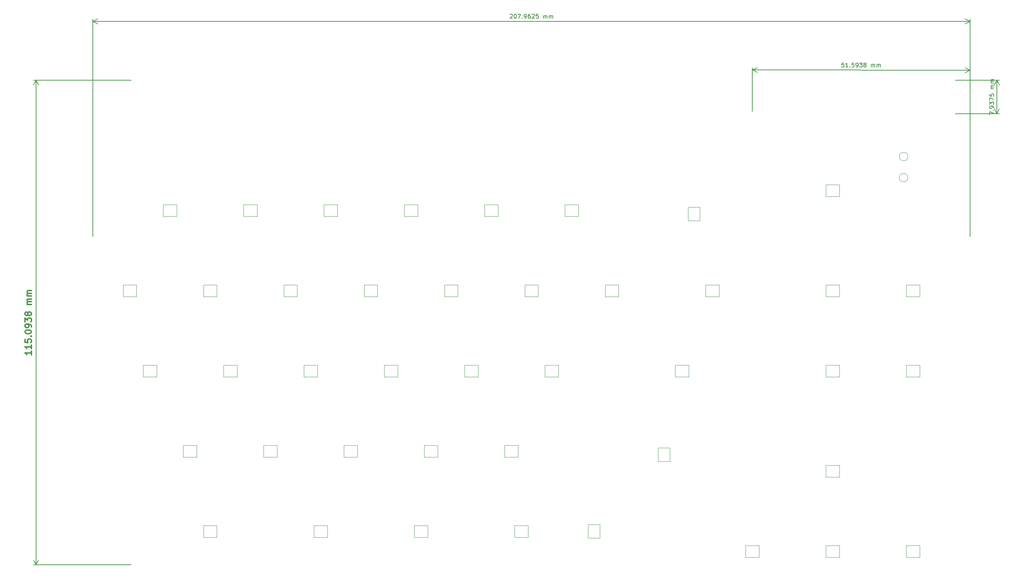
<source format=gbr>
%TF.GenerationSoftware,KiCad,Pcbnew,(6.0.5)*%
%TF.CreationDate,2022-07-29T22:10:33-06:00*%
%TF.ProjectId,kb_right,6b625f72-6967-4687-942e-6b696361645f,rev?*%
%TF.SameCoordinates,Original*%
%TF.FileFunction,Other,Comment*%
%FSLAX46Y46*%
G04 Gerber Fmt 4.6, Leading zero omitted, Abs format (unit mm)*
G04 Created by KiCad (PCBNEW (6.0.5)) date 2022-07-29 22:10:33*
%MOMM*%
%LPD*%
G01*
G04 APERTURE LIST*
%ADD10C,0.150000*%
%ADD11C,0.300000*%
%ADD12C,0.200000*%
%ADD13C,0.120000*%
G04 APERTURE END LIST*
D10*
X215380098Y-27663203D02*
X214903908Y-27663066D01*
X214856152Y-28139243D01*
X214903784Y-28091638D01*
X214999036Y-28044046D01*
X215237131Y-28044115D01*
X215332356Y-28091761D01*
X215379961Y-28139394D01*
X215427553Y-28234646D01*
X215427484Y-28472741D01*
X215379838Y-28567965D01*
X215332205Y-28615571D01*
X215236953Y-28663162D01*
X214998858Y-28663094D01*
X214903633Y-28615447D01*
X214856028Y-28567814D01*
X216379810Y-28663491D02*
X215808382Y-28663327D01*
X216094096Y-28663409D02*
X216094384Y-27663409D01*
X215999105Y-27806239D01*
X215903839Y-27901450D01*
X215808587Y-27949041D01*
X216808409Y-28568377D02*
X216856014Y-28616010D01*
X216808382Y-28663615D01*
X216760776Y-28615982D01*
X216808409Y-28568377D01*
X216808382Y-28663615D01*
X217761051Y-27663889D02*
X217284860Y-27663752D01*
X217237104Y-28139929D01*
X217284737Y-28092324D01*
X217379989Y-28044732D01*
X217618084Y-28044801D01*
X217713308Y-28092447D01*
X217760913Y-28140080D01*
X217808505Y-28235332D01*
X217808436Y-28473427D01*
X217760790Y-28568651D01*
X217713157Y-28616257D01*
X217617905Y-28663848D01*
X217379810Y-28663780D01*
X217284586Y-28616133D01*
X217236980Y-28568500D01*
X218284572Y-28664040D02*
X218475048Y-28664095D01*
X218570300Y-28616504D01*
X218617933Y-28568898D01*
X218713212Y-28426069D01*
X218760886Y-28235606D01*
X218760996Y-27854654D01*
X218713404Y-27759402D01*
X218665799Y-27711769D01*
X218570574Y-27664123D01*
X218380098Y-27664068D01*
X218284846Y-27711659D01*
X218237214Y-27759265D01*
X218189567Y-27854489D01*
X218189499Y-28092584D01*
X218237090Y-28187836D01*
X218284695Y-28235469D01*
X218379920Y-28283115D01*
X218570396Y-28283170D01*
X218665648Y-28235579D01*
X218713281Y-28187973D01*
X218760927Y-28092749D01*
X219094384Y-27664274D02*
X219713432Y-27664452D01*
X219379988Y-28045308D01*
X219522846Y-28045350D01*
X219618070Y-28092996D01*
X219665675Y-28140629D01*
X219713267Y-28235881D01*
X219713198Y-28473976D01*
X219665552Y-28569200D01*
X219617919Y-28616806D01*
X219522667Y-28664397D01*
X219236953Y-28664315D01*
X219141729Y-28616668D01*
X219094123Y-28569036D01*
X220284737Y-28093188D02*
X220189512Y-28045542D01*
X220141907Y-27997909D01*
X220094315Y-27902657D01*
X220094329Y-27855038D01*
X220141976Y-27759814D01*
X220189608Y-27712208D01*
X220284860Y-27664617D01*
X220475336Y-27664672D01*
X220570561Y-27712318D01*
X220618166Y-27759951D01*
X220665758Y-27855203D01*
X220665744Y-27902822D01*
X220618097Y-27998046D01*
X220570465Y-28045651D01*
X220475213Y-28093243D01*
X220284737Y-28093188D01*
X220189485Y-28140780D01*
X220141852Y-28188385D01*
X220094206Y-28283609D01*
X220094151Y-28474086D01*
X220141742Y-28569337D01*
X220189348Y-28616970D01*
X220284572Y-28664617D01*
X220475048Y-28664672D01*
X220570300Y-28617080D01*
X220617933Y-28569475D01*
X220665579Y-28474250D01*
X220665634Y-28283774D01*
X220618042Y-28188522D01*
X220570437Y-28140890D01*
X220475213Y-28093243D01*
X221856000Y-28665070D02*
X221856193Y-27998403D01*
X221856165Y-28093641D02*
X221903798Y-28046036D01*
X221999050Y-27998444D01*
X222141907Y-27998485D01*
X222237131Y-28046132D01*
X222284723Y-28141384D01*
X222284572Y-28665193D01*
X222284723Y-28141384D02*
X222332369Y-28046159D01*
X222427621Y-27998568D01*
X222570478Y-27998609D01*
X222665703Y-28046255D01*
X222713294Y-28141507D01*
X222713143Y-28665317D01*
X223189334Y-28665454D02*
X223189526Y-27998787D01*
X223189498Y-28094025D02*
X223237131Y-28046420D01*
X223332383Y-27998828D01*
X223475240Y-27998869D01*
X223570464Y-28046516D01*
X223618056Y-28141768D01*
X223617905Y-28665577D01*
X223618056Y-28141768D02*
X223665703Y-28046543D01*
X223760954Y-27998952D01*
X223903811Y-27998993D01*
X223999036Y-28046639D01*
X224046627Y-28141891D01*
X224046477Y-28665701D01*
X193675144Y-39172632D02*
X193678142Y-28768149D01*
X245268894Y-39187500D02*
X245271892Y-28783017D01*
X193677973Y-29354569D02*
X245271723Y-29369437D01*
X193677973Y-29354569D02*
X245271723Y-29369437D01*
X193677973Y-29354569D02*
X194804308Y-29941314D01*
X193677973Y-29354569D02*
X194804646Y-28768473D01*
X245271723Y-29369437D02*
X244145388Y-28782692D01*
X245271723Y-29369437D02*
X244145050Y-29955533D01*
X249921130Y-39909226D02*
X249921130Y-39242559D01*
X250921130Y-39671130D01*
X250825892Y-38861607D02*
X250873511Y-38813988D01*
X250921130Y-38861607D01*
X250873511Y-38909226D01*
X250825892Y-38861607D01*
X250921130Y-38861607D01*
X250921130Y-38337797D02*
X250921130Y-38147321D01*
X250873511Y-38052083D01*
X250825892Y-38004464D01*
X250683035Y-37909226D01*
X250492559Y-37861607D01*
X250111607Y-37861607D01*
X250016369Y-37909226D01*
X249968750Y-37956845D01*
X249921130Y-38052083D01*
X249921130Y-38242559D01*
X249968750Y-38337797D01*
X250016369Y-38385416D01*
X250111607Y-38433035D01*
X250349702Y-38433035D01*
X250444940Y-38385416D01*
X250492559Y-38337797D01*
X250540178Y-38242559D01*
X250540178Y-38052083D01*
X250492559Y-37956845D01*
X250444940Y-37909226D01*
X250349702Y-37861607D01*
X249921130Y-37528273D02*
X249921130Y-36909226D01*
X250302083Y-37242559D01*
X250302083Y-37099702D01*
X250349702Y-37004464D01*
X250397321Y-36956845D01*
X250492559Y-36909226D01*
X250730654Y-36909226D01*
X250825892Y-36956845D01*
X250873511Y-37004464D01*
X250921130Y-37099702D01*
X250921130Y-37385416D01*
X250873511Y-37480654D01*
X250825892Y-37528273D01*
X249921130Y-36575892D02*
X249921130Y-35909226D01*
X250921130Y-36337797D01*
X249921130Y-35052083D02*
X249921130Y-35528273D01*
X250397321Y-35575892D01*
X250349702Y-35528273D01*
X250302083Y-35433035D01*
X250302083Y-35194940D01*
X250349702Y-35099702D01*
X250397321Y-35052083D01*
X250492559Y-35004464D01*
X250730654Y-35004464D01*
X250825892Y-35052083D01*
X250873511Y-35099702D01*
X250921130Y-35194940D01*
X250921130Y-35433035D01*
X250873511Y-35528273D01*
X250825892Y-35575892D01*
X250921130Y-33813988D02*
X250254464Y-33813988D01*
X250349702Y-33813988D02*
X250302083Y-33766369D01*
X250254464Y-33671130D01*
X250254464Y-33528273D01*
X250302083Y-33433035D01*
X250397321Y-33385416D01*
X250921130Y-33385416D01*
X250397321Y-33385416D02*
X250302083Y-33337797D01*
X250254464Y-33242559D01*
X250254464Y-33099702D01*
X250302083Y-33004464D01*
X250397321Y-32956845D01*
X250921130Y-32956845D01*
X250921130Y-32480654D02*
X250254464Y-32480654D01*
X250349702Y-32480654D02*
X250302083Y-32433035D01*
X250254464Y-32337797D01*
X250254464Y-32194940D01*
X250302083Y-32099702D01*
X250397321Y-32052083D01*
X250921130Y-32052083D01*
X250397321Y-32052083D02*
X250302083Y-32004464D01*
X250254464Y-31909226D01*
X250254464Y-31766369D01*
X250302083Y-31671130D01*
X250397321Y-31623511D01*
X250921130Y-31623511D01*
X241800000Y-31750000D02*
X252205170Y-31750000D01*
X241800000Y-39687500D02*
X252205170Y-39687500D01*
X251618750Y-31750000D02*
X251618750Y-39687500D01*
X251618750Y-31750000D02*
X251618750Y-39687500D01*
X251618750Y-31750000D02*
X251032329Y-32876504D01*
X251618750Y-31750000D02*
X252205171Y-32876504D01*
X251618750Y-39687500D02*
X252205171Y-38560996D01*
X251618750Y-39687500D02*
X251032329Y-38560996D01*
X136192261Y-16171269D02*
X136239880Y-16123650D01*
X136335119Y-16076030D01*
X136573214Y-16076030D01*
X136668452Y-16123650D01*
X136716071Y-16171269D01*
X136763690Y-16266507D01*
X136763690Y-16361745D01*
X136716071Y-16504602D01*
X136144642Y-17076030D01*
X136763690Y-17076030D01*
X137382738Y-16076030D02*
X137477976Y-16076030D01*
X137573214Y-16123650D01*
X137620833Y-16171269D01*
X137668452Y-16266507D01*
X137716071Y-16456983D01*
X137716071Y-16695078D01*
X137668452Y-16885554D01*
X137620833Y-16980792D01*
X137573214Y-17028411D01*
X137477976Y-17076030D01*
X137382738Y-17076030D01*
X137287500Y-17028411D01*
X137239880Y-16980792D01*
X137192261Y-16885554D01*
X137144642Y-16695078D01*
X137144642Y-16456983D01*
X137192261Y-16266507D01*
X137239880Y-16171269D01*
X137287500Y-16123650D01*
X137382738Y-16076030D01*
X138049404Y-16076030D02*
X138716071Y-16076030D01*
X138287500Y-17076030D01*
X139097023Y-16980792D02*
X139144642Y-17028411D01*
X139097023Y-17076030D01*
X139049404Y-17028411D01*
X139097023Y-16980792D01*
X139097023Y-17076030D01*
X139620833Y-17076030D02*
X139811309Y-17076030D01*
X139906547Y-17028411D01*
X139954166Y-16980792D01*
X140049404Y-16837935D01*
X140097023Y-16647459D01*
X140097023Y-16266507D01*
X140049404Y-16171269D01*
X140001785Y-16123650D01*
X139906547Y-16076030D01*
X139716071Y-16076030D01*
X139620833Y-16123650D01*
X139573214Y-16171269D01*
X139525595Y-16266507D01*
X139525595Y-16504602D01*
X139573214Y-16599840D01*
X139620833Y-16647459D01*
X139716071Y-16695078D01*
X139906547Y-16695078D01*
X140001785Y-16647459D01*
X140049404Y-16599840D01*
X140097023Y-16504602D01*
X140954166Y-16076030D02*
X140763690Y-16076030D01*
X140668452Y-16123650D01*
X140620833Y-16171269D01*
X140525595Y-16314126D01*
X140477976Y-16504602D01*
X140477976Y-16885554D01*
X140525595Y-16980792D01*
X140573214Y-17028411D01*
X140668452Y-17076030D01*
X140858928Y-17076030D01*
X140954166Y-17028411D01*
X141001785Y-16980792D01*
X141049404Y-16885554D01*
X141049404Y-16647459D01*
X141001785Y-16552221D01*
X140954166Y-16504602D01*
X140858928Y-16456983D01*
X140668452Y-16456983D01*
X140573214Y-16504602D01*
X140525595Y-16552221D01*
X140477976Y-16647459D01*
X141430357Y-16171269D02*
X141477976Y-16123650D01*
X141573214Y-16076030D01*
X141811309Y-16076030D01*
X141906547Y-16123650D01*
X141954166Y-16171269D01*
X142001785Y-16266507D01*
X142001785Y-16361745D01*
X141954166Y-16504602D01*
X141382738Y-17076030D01*
X142001785Y-17076030D01*
X142906547Y-16076030D02*
X142430357Y-16076030D01*
X142382738Y-16552221D01*
X142430357Y-16504602D01*
X142525595Y-16456983D01*
X142763690Y-16456983D01*
X142858928Y-16504602D01*
X142906547Y-16552221D01*
X142954166Y-16647459D01*
X142954166Y-16885554D01*
X142906547Y-16980792D01*
X142858928Y-17028411D01*
X142763690Y-17076030D01*
X142525595Y-17076030D01*
X142430357Y-17028411D01*
X142382738Y-16980792D01*
X144144642Y-17076030D02*
X144144642Y-16409364D01*
X144144642Y-16504602D02*
X144192261Y-16456983D01*
X144287500Y-16409364D01*
X144430357Y-16409364D01*
X144525595Y-16456983D01*
X144573214Y-16552221D01*
X144573214Y-17076030D01*
X144573214Y-16552221D02*
X144620833Y-16456983D01*
X144716071Y-16409364D01*
X144858928Y-16409364D01*
X144954166Y-16456983D01*
X145001785Y-16552221D01*
X145001785Y-17076030D01*
X145477976Y-17076030D02*
X145477976Y-16409364D01*
X145477976Y-16504602D02*
X145525595Y-16456983D01*
X145620833Y-16409364D01*
X145763690Y-16409364D01*
X145858928Y-16456983D01*
X145906547Y-16552221D01*
X145906547Y-17076030D01*
X145906547Y-16552221D02*
X145954166Y-16456983D01*
X146049404Y-16409364D01*
X146192261Y-16409364D01*
X146287500Y-16456983D01*
X146335119Y-16552221D01*
X146335119Y-17076030D01*
X37306250Y-68867400D02*
X37306250Y-17187230D01*
X245268750Y-68867400D02*
X245268750Y-17187230D01*
X37306250Y-17773650D02*
X245268750Y-17773650D01*
X37306250Y-17773650D02*
X245268750Y-17773650D01*
X37306250Y-17773650D02*
X38432754Y-18360071D01*
X37306250Y-17773650D02*
X38432754Y-17187229D01*
X245268750Y-17773650D02*
X244142246Y-17187229D01*
X245268750Y-17773650D02*
X244142246Y-18360071D01*
D11*
X22691071Y-96082589D02*
X22691071Y-96939732D01*
X22691071Y-96511160D02*
X21191071Y-96511160D01*
X21405357Y-96654017D01*
X21548214Y-96796875D01*
X21619642Y-96939732D01*
X22691071Y-94654017D02*
X22691071Y-95511160D01*
X22691071Y-95082589D02*
X21191071Y-95082589D01*
X21405357Y-95225446D01*
X21548214Y-95368303D01*
X21619642Y-95511160D01*
X21191071Y-93296875D02*
X21191071Y-94011160D01*
X21905357Y-94082589D01*
X21833928Y-94011160D01*
X21762500Y-93868303D01*
X21762500Y-93511160D01*
X21833928Y-93368303D01*
X21905357Y-93296875D01*
X22048214Y-93225446D01*
X22405357Y-93225446D01*
X22548214Y-93296875D01*
X22619642Y-93368303D01*
X22691071Y-93511160D01*
X22691071Y-93868303D01*
X22619642Y-94011160D01*
X22548214Y-94082589D01*
X22548214Y-92582589D02*
X22619642Y-92511160D01*
X22691071Y-92582589D01*
X22619642Y-92654017D01*
X22548214Y-92582589D01*
X22691071Y-92582589D01*
X21191071Y-91582589D02*
X21191071Y-91439732D01*
X21262500Y-91296875D01*
X21333928Y-91225446D01*
X21476785Y-91154017D01*
X21762500Y-91082589D01*
X22119642Y-91082589D01*
X22405357Y-91154017D01*
X22548214Y-91225446D01*
X22619642Y-91296875D01*
X22691071Y-91439732D01*
X22691071Y-91582589D01*
X22619642Y-91725446D01*
X22548214Y-91796875D01*
X22405357Y-91868303D01*
X22119642Y-91939732D01*
X21762500Y-91939732D01*
X21476785Y-91868303D01*
X21333928Y-91796875D01*
X21262500Y-91725446D01*
X21191071Y-91582589D01*
X22691071Y-90368303D02*
X22691071Y-90082589D01*
X22619642Y-89939732D01*
X22548214Y-89868303D01*
X22333928Y-89725446D01*
X22048214Y-89654017D01*
X21476785Y-89654017D01*
X21333928Y-89725446D01*
X21262500Y-89796875D01*
X21191071Y-89939732D01*
X21191071Y-90225446D01*
X21262500Y-90368303D01*
X21333928Y-90439732D01*
X21476785Y-90511160D01*
X21833928Y-90511160D01*
X21976785Y-90439732D01*
X22048214Y-90368303D01*
X22119642Y-90225446D01*
X22119642Y-89939732D01*
X22048214Y-89796875D01*
X21976785Y-89725446D01*
X21833928Y-89654017D01*
X21191071Y-89154017D02*
X21191071Y-88225446D01*
X21762500Y-88725446D01*
X21762500Y-88511160D01*
X21833928Y-88368303D01*
X21905357Y-88296875D01*
X22048214Y-88225446D01*
X22405357Y-88225446D01*
X22548214Y-88296875D01*
X22619642Y-88368303D01*
X22691071Y-88511160D01*
X22691071Y-88939732D01*
X22619642Y-89082589D01*
X22548214Y-89154017D01*
X21833928Y-87368303D02*
X21762500Y-87511160D01*
X21691071Y-87582589D01*
X21548214Y-87654017D01*
X21476785Y-87654017D01*
X21333928Y-87582589D01*
X21262500Y-87511160D01*
X21191071Y-87368303D01*
X21191071Y-87082589D01*
X21262500Y-86939732D01*
X21333928Y-86868303D01*
X21476785Y-86796875D01*
X21548214Y-86796875D01*
X21691071Y-86868303D01*
X21762500Y-86939732D01*
X21833928Y-87082589D01*
X21833928Y-87368303D01*
X21905357Y-87511160D01*
X21976785Y-87582589D01*
X22119642Y-87654017D01*
X22405357Y-87654017D01*
X22548214Y-87582589D01*
X22619642Y-87511160D01*
X22691071Y-87368303D01*
X22691071Y-87082589D01*
X22619642Y-86939732D01*
X22548214Y-86868303D01*
X22405357Y-86796875D01*
X22119642Y-86796875D01*
X21976785Y-86868303D01*
X21905357Y-86939732D01*
X21833928Y-87082589D01*
X22691071Y-85011160D02*
X21691071Y-85011160D01*
X21833928Y-85011160D02*
X21762500Y-84939732D01*
X21691071Y-84796875D01*
X21691071Y-84582589D01*
X21762500Y-84439732D01*
X21905357Y-84368303D01*
X22691071Y-84368303D01*
X21905357Y-84368303D02*
X21762500Y-84296875D01*
X21691071Y-84154017D01*
X21691071Y-83939732D01*
X21762500Y-83796875D01*
X21905357Y-83725446D01*
X22691071Y-83725446D01*
X22691071Y-83011160D02*
X21691071Y-83011160D01*
X21833928Y-83011160D02*
X21762500Y-82939732D01*
X21691071Y-82796875D01*
X21691071Y-82582589D01*
X21762500Y-82439732D01*
X21905357Y-82368303D01*
X22691071Y-82368303D01*
X21905357Y-82368303D02*
X21762500Y-82296875D01*
X21691071Y-82154017D01*
X21691071Y-81939732D01*
X21762500Y-81796875D01*
X21905357Y-81725446D01*
X22691071Y-81725446D01*
D12*
X46331250Y-31750000D02*
X23226080Y-31750000D01*
X46331250Y-146843750D02*
X23226080Y-146843750D01*
X23812500Y-31750000D02*
X23812500Y-146843750D01*
X23812500Y-31750000D02*
X23812500Y-146843750D01*
X23812500Y-31750000D02*
X23226079Y-32876504D01*
X23812500Y-31750000D02*
X24398921Y-32876504D01*
X23812500Y-146843750D02*
X24398921Y-145717246D01*
X23812500Y-146843750D02*
X23226079Y-145717246D01*
D13*
%TO.C,SW2*%
X230556000Y-54887500D02*
G75*
G03*
X230556000Y-54887500I-1016000J0D01*
G01*
X230556000Y-49887500D02*
G75*
G03*
X230556000Y-49887500I-1016000J0D01*
G01*
%TO.C,D110*%
X66687500Y-83156250D02*
X66687500Y-80356250D01*
X63487500Y-80356250D02*
X63487500Y-83156250D01*
X66687500Y-80356250D02*
X63487500Y-80356250D01*
X63487500Y-83156250D02*
X66687500Y-83156250D01*
%TO.C,D125*%
X175406250Y-102206250D02*
X178606250Y-102206250D01*
X175406250Y-99406250D02*
X175406250Y-102206250D01*
X178606250Y-99406250D02*
X175406250Y-99406250D01*
X178606250Y-102206250D02*
X178606250Y-99406250D01*
%TO.C,D138*%
X137306250Y-137506250D02*
X137306250Y-140306250D01*
X140506250Y-140306250D02*
X140506250Y-137506250D01*
X140506250Y-137506250D02*
X137306250Y-137506250D01*
X137306250Y-140306250D02*
X140506250Y-140306250D01*
%TO.C,D113*%
X123837500Y-80356250D02*
X120637500Y-80356250D01*
X123837500Y-83156250D02*
X123837500Y-80356250D01*
X120637500Y-83156250D02*
X123837500Y-83156250D01*
X120637500Y-80356250D02*
X120637500Y-83156250D01*
%TO.C,D111*%
X82537500Y-83156250D02*
X85737500Y-83156250D01*
X82537500Y-80356250D02*
X82537500Y-83156250D01*
X85737500Y-80356250D02*
X82537500Y-80356250D01*
X85737500Y-83156250D02*
X85737500Y-80356250D01*
%TO.C,D128*%
X58725000Y-121256250D02*
X61925000Y-121256250D01*
X58725000Y-118456250D02*
X58725000Y-121256250D01*
X61925000Y-121256250D02*
X61925000Y-118456250D01*
X61925000Y-118456250D02*
X58725000Y-118456250D01*
%TO.C,D115*%
X161937500Y-83156250D02*
X161937500Y-80356250D01*
X158737500Y-80356250D02*
X158737500Y-83156250D01*
X161937500Y-80356250D02*
X158737500Y-80356250D01*
X158737500Y-83156250D02*
X161937500Y-83156250D01*
%TO.C,D136*%
X92881250Y-137506250D02*
X89681250Y-137506250D01*
X89681250Y-140306250D02*
X92881250Y-140306250D01*
X89681250Y-137506250D02*
X89681250Y-140306250D01*
X92881250Y-140306250D02*
X92881250Y-137506250D01*
%TO.C,D140*%
X192075000Y-142268750D02*
X192075000Y-145068750D01*
X195275000Y-142268750D02*
X192075000Y-142268750D01*
X195275000Y-145068750D02*
X195275000Y-142268750D01*
X192075000Y-145068750D02*
X195275000Y-145068750D01*
%TO.C,D104*%
X111112500Y-61306250D02*
X111112500Y-64106250D01*
X111112500Y-64106250D02*
X114312500Y-64106250D01*
X114312500Y-64106250D02*
X114312500Y-61306250D01*
X114312500Y-61306250D02*
X111112500Y-61306250D01*
%TO.C,D114*%
X139687500Y-80356250D02*
X139687500Y-83156250D01*
X142887500Y-83156250D02*
X142887500Y-80356250D01*
X142887500Y-80356250D02*
X139687500Y-80356250D01*
X139687500Y-83156250D02*
X142887500Y-83156250D01*
%TO.C,D135*%
X63487500Y-137506250D02*
X63487500Y-140306250D01*
X66687500Y-137506250D02*
X63487500Y-137506250D01*
X63487500Y-140306250D02*
X66687500Y-140306250D01*
X66687500Y-140306250D02*
X66687500Y-137506250D01*
%TO.C,D120*%
X68250000Y-99406250D02*
X68250000Y-102206250D01*
X68250000Y-102206250D02*
X71450000Y-102206250D01*
X71450000Y-102206250D02*
X71450000Y-99406250D01*
X71450000Y-99406250D02*
X68250000Y-99406250D01*
%TO.C,D126*%
X211125000Y-102206250D02*
X214325000Y-102206250D01*
X214325000Y-99406250D02*
X211125000Y-99406250D01*
X214325000Y-102206250D02*
X214325000Y-99406250D01*
X211125000Y-99406250D02*
X211125000Y-102206250D01*
%TO.C,D122*%
X106350000Y-102206250D02*
X109550000Y-102206250D01*
X109550000Y-99406250D02*
X106350000Y-99406250D01*
X109550000Y-102206250D02*
X109550000Y-99406250D01*
X106350000Y-99406250D02*
X106350000Y-102206250D01*
%TO.C,D129*%
X80975000Y-121256250D02*
X80975000Y-118456250D01*
X77775000Y-121256250D02*
X80975000Y-121256250D01*
X80975000Y-118456250D02*
X77775000Y-118456250D01*
X77775000Y-118456250D02*
X77775000Y-121256250D01*
%TO.C,D112*%
X104787500Y-80356250D02*
X101587500Y-80356250D01*
X101587500Y-80356250D02*
X101587500Y-83156250D01*
X101587500Y-83156250D02*
X104787500Y-83156250D01*
X104787500Y-83156250D02*
X104787500Y-80356250D01*
%TO.C,D141*%
X211125000Y-142268750D02*
X211125000Y-145068750D01*
X214325000Y-142268750D02*
X211125000Y-142268750D01*
X211125000Y-145068750D02*
X214325000Y-145068750D01*
X214325000Y-145068750D02*
X214325000Y-142268750D01*
%TO.C,D131*%
X115875000Y-121256250D02*
X119075000Y-121256250D01*
X119075000Y-121256250D02*
X119075000Y-118456250D01*
X119075000Y-118456250D02*
X115875000Y-118456250D01*
X115875000Y-118456250D02*
X115875000Y-121256250D01*
%TO.C,D105*%
X130162500Y-61306250D02*
X130162500Y-64106250D01*
X133362500Y-61306250D02*
X130162500Y-61306250D01*
X133362500Y-64106250D02*
X133362500Y-61306250D01*
X130162500Y-64106250D02*
X133362500Y-64106250D01*
%TO.C,D119*%
X49200000Y-102206250D02*
X52400000Y-102206250D01*
X49200000Y-99406250D02*
X49200000Y-102206250D01*
X52400000Y-99406250D02*
X49200000Y-99406250D01*
X52400000Y-102206250D02*
X52400000Y-99406250D01*
%TO.C,D130*%
X100025000Y-118456250D02*
X96825000Y-118456250D01*
X100025000Y-121256250D02*
X100025000Y-118456250D01*
X96825000Y-118456250D02*
X96825000Y-121256250D01*
X96825000Y-121256250D02*
X100025000Y-121256250D01*
%TO.C,D108*%
X211125000Y-59343750D02*
X214325000Y-59343750D01*
X211125000Y-56543750D02*
X211125000Y-59343750D01*
X214325000Y-56543750D02*
X211125000Y-56543750D01*
X214325000Y-59343750D02*
X214325000Y-56543750D01*
%TO.C,D132*%
X138125000Y-121256250D02*
X138125000Y-118456250D01*
X138125000Y-118456250D02*
X134925000Y-118456250D01*
X134925000Y-118456250D02*
X134925000Y-121256250D01*
X134925000Y-121256250D02*
X138125000Y-121256250D01*
%TO.C,D109*%
X44437500Y-80356250D02*
X44437500Y-83156250D01*
X47637500Y-83156250D02*
X47637500Y-80356250D01*
X47637500Y-80356250D02*
X44437500Y-80356250D01*
X44437500Y-83156250D02*
X47637500Y-83156250D01*
%TO.C,D124*%
X144450000Y-102206250D02*
X147650000Y-102206250D01*
X144450000Y-99406250D02*
X144450000Y-102206250D01*
X147650000Y-99406250D02*
X144450000Y-99406250D01*
X147650000Y-102206250D02*
X147650000Y-99406250D01*
%TO.C,D121*%
X90500000Y-99406250D02*
X87300000Y-99406250D01*
X87300000Y-102206250D02*
X90500000Y-102206250D01*
X87300000Y-99406250D02*
X87300000Y-102206250D01*
X90500000Y-102206250D02*
X90500000Y-99406250D01*
%TO.C,D101*%
X53962500Y-61306250D02*
X53962500Y-64106250D01*
X57162500Y-61306250D02*
X53962500Y-61306250D01*
X53962500Y-64106250D02*
X57162500Y-64106250D01*
X57162500Y-64106250D02*
X57162500Y-61306250D01*
%TO.C,D102*%
X73012500Y-61306250D02*
X73012500Y-64106250D01*
X76212500Y-64106250D02*
X76212500Y-61306250D01*
X76212500Y-61306250D02*
X73012500Y-61306250D01*
X73012500Y-64106250D02*
X76212500Y-64106250D01*
%TO.C,D103*%
X95262500Y-61306250D02*
X92062500Y-61306250D01*
X92062500Y-61306250D02*
X92062500Y-64106250D01*
X92062500Y-64106250D02*
X95262500Y-64106250D01*
X95262500Y-64106250D02*
X95262500Y-61306250D01*
%TO.C,D137*%
X116693750Y-140306250D02*
X116693750Y-137506250D01*
X113493750Y-140306250D02*
X116693750Y-140306250D01*
X116693750Y-137506250D02*
X113493750Y-137506250D01*
X113493750Y-137506250D02*
X113493750Y-140306250D01*
%TO.C,D117*%
X214325000Y-83156250D02*
X214325000Y-80356250D01*
X211125000Y-80356250D02*
X211125000Y-83156250D01*
X214325000Y-80356250D02*
X211125000Y-80356250D01*
X211125000Y-83156250D02*
X214325000Y-83156250D01*
%TO.C,D118*%
X230175000Y-80356250D02*
X230175000Y-83156250D01*
X233375000Y-80356250D02*
X230175000Y-80356250D01*
X233375000Y-83156250D02*
X233375000Y-80356250D01*
X230175000Y-83156250D02*
X233375000Y-83156250D01*
%TO.C,D106*%
X152412500Y-61306250D02*
X149212500Y-61306250D01*
X149212500Y-61306250D02*
X149212500Y-64106250D01*
X149212500Y-64106250D02*
X152412500Y-64106250D01*
X152412500Y-64106250D02*
X152412500Y-61306250D01*
%TO.C,D123*%
X128600000Y-102206250D02*
X128600000Y-99406250D01*
X128600000Y-99406250D02*
X125400000Y-99406250D01*
X125400000Y-102206250D02*
X128600000Y-102206250D01*
X125400000Y-99406250D02*
X125400000Y-102206250D01*
%TO.C,D107*%
X181232000Y-61900000D02*
X178432000Y-61900000D01*
X178432000Y-61900000D02*
X178432000Y-65100000D01*
X178432000Y-65100000D02*
X181232000Y-65100000D01*
X181232000Y-65100000D02*
X181232000Y-61900000D01*
%TO.C,D134*%
X214325000Y-126018750D02*
X214325000Y-123218750D01*
X211125000Y-126018750D02*
X214325000Y-126018750D01*
X211125000Y-123218750D02*
X211125000Y-126018750D01*
X214325000Y-123218750D02*
X211125000Y-123218750D01*
%TO.C,D139*%
X154683000Y-140506250D02*
X157483000Y-140506250D01*
X157483000Y-137306250D02*
X154683000Y-137306250D01*
X154683000Y-137306250D02*
X154683000Y-140506250D01*
X157483000Y-140506250D02*
X157483000Y-137306250D01*
%TO.C,D127*%
X233375000Y-99406250D02*
X230175000Y-99406250D01*
X230175000Y-99406250D02*
X230175000Y-102206250D01*
X233375000Y-102206250D02*
X233375000Y-99406250D01*
X230175000Y-102206250D02*
X233375000Y-102206250D01*
%TO.C,D116*%
X185750000Y-80356250D02*
X182550000Y-80356250D01*
X182550000Y-83156250D02*
X185750000Y-83156250D01*
X182550000Y-80356250D02*
X182550000Y-83156250D01*
X185750000Y-83156250D02*
X185750000Y-80356250D01*
%TO.C,D142*%
X230175000Y-145068750D02*
X233375000Y-145068750D01*
X233375000Y-145068750D02*
X233375000Y-142268750D01*
X233375000Y-142268750D02*
X230175000Y-142268750D01*
X230175000Y-142268750D02*
X230175000Y-145068750D01*
%TO.C,D133*%
X174120000Y-122250000D02*
X174120000Y-119050000D01*
X174120000Y-119050000D02*
X171320000Y-119050000D01*
X171320000Y-119050000D02*
X171320000Y-122250000D01*
X171320000Y-122250000D02*
X174120000Y-122250000D01*
%TD*%
M02*

</source>
